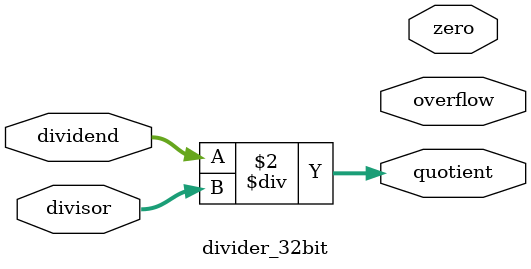
<source format=sv>
module divider_32bit(
  input logic [31:0] dividend,
  input logic [31:0] divisor,
  output logic [31:0] quotient,
  output logic overflow,
  output logic zero
  
);

   always_comb begin

		quotient= dividend/divisor;

	end 

endmodule
</source>
